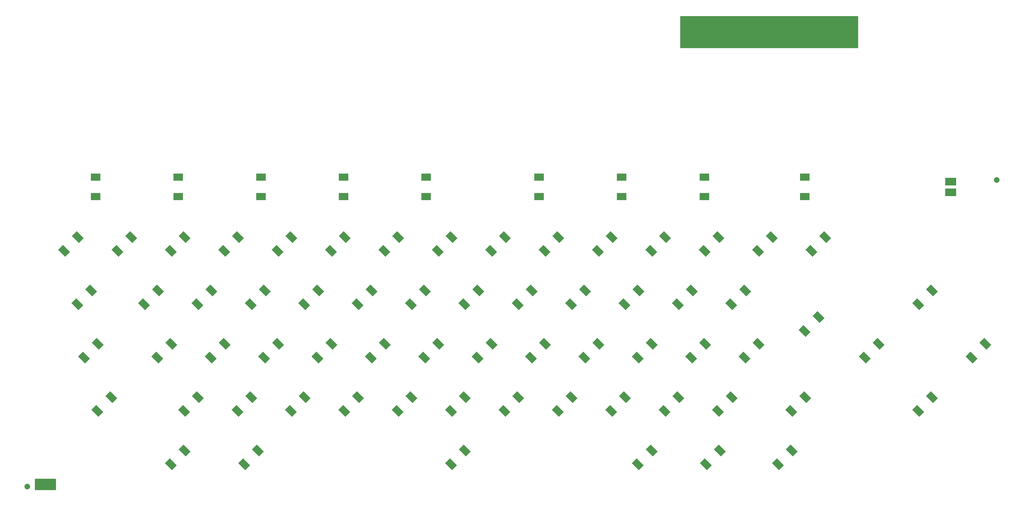
<source format=gbr>
%TF.GenerationSoftware,KiCad,Pcbnew,8.0.7*%
%TF.CreationDate,2025-01-11T19:26:11+10:30*%
%TF.ProjectId,pcb,7063622e-6b69-4636-9164-5f7063625858,1.0*%
%TF.SameCoordinates,PX1ffc7a0PYe2f9780*%
%TF.FileFunction,Soldermask,Top*%
%TF.FilePolarity,Negative*%
%FSLAX46Y46*%
G04 Gerber Fmt 4.6, Leading zero omitted, Abs format (unit mm)*
G04 Created by KiCad (PCBNEW 8.0.7) date 2025-01-11 19:26:11*
%MOMM*%
%LPD*%
G01*
G04 APERTURE LIST*
G04 Aperture macros list*
%AMRoundRect*
0 Rectangle with rounded corners*
0 $1 Rounding radius*
0 $2 $3 $4 $5 $6 $7 $8 $9 X,Y pos of 4 corners*
0 Add a 4 corners polygon primitive as box body*
4,1,4,$2,$3,$4,$5,$6,$7,$8,$9,$2,$3,0*
0 Add four circle primitives for the rounded corners*
1,1,$1+$1,$2,$3*
1,1,$1+$1,$4,$5*
1,1,$1+$1,$6,$7*
1,1,$1+$1,$8,$9*
0 Add four rect primitives between the rounded corners*
20,1,$1+$1,$2,$3,$4,$5,0*
20,1,$1+$1,$4,$5,$6,$7,0*
20,1,$1+$1,$6,$7,$8,$9,0*
20,1,$1+$1,$8,$9,$2,$3,0*%
%AMRotRect*
0 Rectangle, with rotation*
0 The origin of the aperture is its center*
0 $1 length*
0 $2 width*
0 $3 Rotation angle, in degrees counterclockwise*
0 Add horizontal line*
21,1,$1,$2,0,0,$3*%
G04 Aperture macros list end*
%ADD10RotRect,2.500000X3.500000X225.000000*%
%ADD11C,2.000000*%
%ADD12R,3.500000X2.500000*%
%ADD13RoundRect,0.350000X-0.350000X-4.900000X0.350000X-4.900000X0.350000X4.900000X-0.350000X4.900000X0*%
%ADD14RotRect,2.500000X3.500000X45.000000*%
%ADD15R,4.000000X2.800000*%
G04 APERTURE END LIST*
D10*
%TO.C,SW71*%
X305824874Y52974874D03*
X300875126Y48025126D03*
%TD*%
%TO.C,SW21*%
X234387374Y33924874D03*
X229437626Y28975126D03*
%TD*%
%TO.C,SW10*%
X191524874Y91074874D03*
X186575126Y86125126D03*
%TD*%
%TO.C,SW44*%
X162949874Y72024874D03*
X158000126Y67075126D03*
%TD*%
%TO.C,SW15*%
X258199874Y72024874D03*
X253250126Y67075126D03*
%TD*%
%TO.C,SW11*%
X229624874Y91074874D03*
X224675126Y86125126D03*
%TD*%
%TO.C,SW31*%
X181999874Y72024874D03*
X177050126Y67075126D03*
%TD*%
%TO.C,SW33*%
X186762374Y52974874D03*
X181812626Y48025126D03*
%TD*%
%TO.C,SW25*%
X101037374Y33924874D03*
X96087626Y28975126D03*
%TD*%
%TO.C,SW20*%
X215337374Y33924874D03*
X210387626Y28975126D03*
%TD*%
%TO.C,SW43*%
X124849874Y72024874D03*
X119900126Y67075126D03*
%TD*%
%TO.C,SW54*%
X224862374Y14874874D03*
X219912626Y9925126D03*
%TD*%
%TO.C,SW4*%
X77224874Y91074874D03*
X72275126Y86125126D03*
%TD*%
%TO.C,SW42*%
X72462374Y52974874D03*
X67512626Y48025126D03*
%TD*%
%TO.C,SW28*%
X110562374Y52974874D03*
X105612626Y48025126D03*
%TD*%
D11*
%TO.C,FID2*%
X348000000Y111500000D03*
%TD*%
D10*
%TO.C,SW22*%
X253437374Y33924874D03*
X248487626Y28975126D03*
%TD*%
%TO.C,SW5*%
X96274874Y91074874D03*
X91325126Y86125126D03*
%TD*%
%TO.C,SW17*%
X243912374Y52974874D03*
X238962626Y48025126D03*
%TD*%
D12*
%TO.C,SW55*%
X26400000Y105500000D03*
X26400000Y112500000D03*
%TD*%
D10*
%TO.C,SW48*%
X143899874Y72024874D03*
X138950126Y67075126D03*
%TD*%
D12*
%TO.C,SW60*%
X144400000Y112500000D03*
X144400000Y105500000D03*
%TD*%
%TO.C,SW59*%
X114900000Y112500000D03*
X114900000Y105500000D03*
%TD*%
%TO.C,SW63*%
X279525000Y112500000D03*
X279525000Y105500000D03*
%TD*%
D10*
%TO.C,SW3*%
X58174874Y91074874D03*
X53225126Y86125126D03*
%TD*%
D13*
%TO.C,J1*%
X237540000Y164250000D03*
X240080000Y164250000D03*
X242620000Y164250000D03*
X245160000Y164250000D03*
X247700000Y164250000D03*
X250240000Y164250000D03*
X252780000Y164250000D03*
X255320000Y164250000D03*
X257860000Y164250000D03*
X260400000Y164250000D03*
X262940000Y164250000D03*
X265480000Y164250000D03*
X268020000Y164250000D03*
X270560000Y164250000D03*
X273100000Y164250000D03*
X275640000Y164250000D03*
X278180000Y164250000D03*
X280720000Y164250000D03*
X283260000Y164250000D03*
X285800000Y164250000D03*
X288340000Y164250000D03*
X290880000Y164250000D03*
X293420000Y164250000D03*
X295960000Y164250000D03*
%TD*%
D10*
%TO.C,SW18*%
X262962374Y52974874D03*
X258012626Y48025126D03*
%TD*%
%TO.C,SW41*%
X274868624Y14874874D03*
X269918876Y9925126D03*
%TD*%
%TO.C,SW1*%
X210574874Y91074874D03*
X205625126Y86125126D03*
%TD*%
%TO.C,SW23*%
X53412374Y52974874D03*
X48462626Y48025126D03*
%TD*%
%TO.C,SW50*%
X31981124Y33924874D03*
X27031376Y28975126D03*
%TD*%
%TO.C,SW36*%
X158187374Y33924874D03*
X153237626Y28975126D03*
%TD*%
%TO.C,SW46*%
X67699874Y72024874D03*
X62750126Y67075126D03*
%TD*%
%TO.C,SW29*%
X129612374Y52974874D03*
X124662626Y48025126D03*
%TD*%
%TO.C,SW32*%
X167712374Y52974874D03*
X162762626Y48025126D03*
%TD*%
%TO.C,SW66*%
X284393624Y62499874D03*
X279443876Y57550126D03*
%TD*%
%TO.C,SW37*%
X201049874Y72024874D03*
X196100126Y67075126D03*
%TD*%
%TO.C,SW26*%
X91512374Y52974874D03*
X86562626Y48025126D03*
%TD*%
%TO.C,SW2*%
X39124874Y91074874D03*
X34175126Y86125126D03*
%TD*%
D12*
%TO.C,SW56*%
X55900000Y105500000D03*
X55900000Y112500000D03*
%TD*%
D10*
%TO.C,SW24*%
X139137374Y33924874D03*
X134187626Y28975126D03*
%TD*%
%TO.C,SW49*%
X62937374Y33924874D03*
X57987626Y28975126D03*
%TD*%
%TO.C,SW58*%
X279631124Y33924874D03*
X274681376Y28975126D03*
%TD*%
%TO.C,SW38*%
X220099874Y72024874D03*
X215150126Y67075126D03*
%TD*%
%TO.C,SW72*%
X324874874Y72024874D03*
X319925126Y67075126D03*
%TD*%
%TO.C,SW52*%
X84368624Y14874874D03*
X79418876Y9925126D03*
%TD*%
%TO.C,SW51*%
X27218624Y52974874D03*
X22268876Y48025126D03*
%TD*%
%TO.C,SW35*%
X177237374Y33924874D03*
X172287626Y28975126D03*
%TD*%
%TO.C,SW30*%
X148662374Y52974874D03*
X143712626Y48025126D03*
%TD*%
%TO.C,SW40*%
X105799874Y72024874D03*
X100850126Y67075126D03*
%TD*%
%TO.C,SW13*%
X267724874Y91074874D03*
X262775126Y86125126D03*
%TD*%
D12*
%TO.C,SW57*%
X85400000Y105500000D03*
X85400000Y112500000D03*
%TD*%
%TO.C,SW70*%
X243650000Y112500000D03*
X243650000Y105500000D03*
%TD*%
D10*
%TO.C,SW8*%
X153424874Y91074874D03*
X148475126Y86125126D03*
%TD*%
%TO.C,SW16*%
X224862374Y52974874D03*
X219912626Y48025126D03*
%TD*%
%TO.C,SW34*%
X205812374Y52974874D03*
X200862626Y48025126D03*
%TD*%
%TO.C,SW12*%
X248674874Y91074874D03*
X243725126Y86125126D03*
%TD*%
%TO.C,SW73*%
X324874874Y33924874D03*
X319925126Y28975126D03*
%TD*%
%TO.C,SW45*%
X120087374Y33924874D03*
X115137626Y28975126D03*
%TD*%
%TO.C,SW27*%
X86749874Y72024874D03*
X81800126Y67075126D03*
%TD*%
D14*
%TO.C,SW64*%
X281825126Y86125126D03*
X286774874Y91074874D03*
%TD*%
D10*
%TO.C,SW67*%
X158187374Y14874874D03*
X153237626Y9925126D03*
%TD*%
%TO.C,SW65*%
X249151124Y14874874D03*
X244201376Y9925126D03*
%TD*%
%TO.C,SW53*%
X58174874Y14874874D03*
X53225126Y9925126D03*
%TD*%
D12*
%TO.C,SW69*%
X214150000Y112500000D03*
X214150000Y105500000D03*
%TD*%
D10*
%TO.C,SW61*%
X20074874Y91074874D03*
X15125126Y86125126D03*
%TD*%
D11*
%TO.C,FID3*%
X2000000Y2000000D03*
%TD*%
D10*
%TO.C,SW47*%
X81987374Y33924874D03*
X77037626Y28975126D03*
%TD*%
%TO.C,SW39*%
X48649874Y72024874D03*
X43700126Y67075126D03*
%TD*%
%TO.C,SW7*%
X134374874Y91074874D03*
X129425126Y86125126D03*
%TD*%
%TO.C,SW62*%
X24837374Y72024874D03*
X19887626Y67075126D03*
%TD*%
%TO.C,SW74*%
X343924874Y52974874D03*
X338975126Y48025126D03*
%TD*%
%TO.C,SW6*%
X115324874Y91074874D03*
X110375126Y86125126D03*
%TD*%
%TO.C,SW9*%
X172474874Y91074874D03*
X167525126Y86125126D03*
%TD*%
%TO.C,SW14*%
X239149874Y72024874D03*
X234200126Y67075126D03*
%TD*%
D12*
%TO.C,SW68*%
X184650000Y112500000D03*
X184650000Y105500000D03*
%TD*%
D10*
%TO.C,SW19*%
X196287374Y33924874D03*
X191337626Y28975126D03*
%TD*%
D15*
%TO.C,D1*%
X331525000Y107100000D03*
X331525000Y110900000D03*
%TD*%
G36*
X12193039Y4730315D02*
G01*
X12238794Y4677511D01*
X12250000Y4626000D01*
X12250000Y874000D01*
X12230315Y806961D01*
X12177511Y761206D01*
X12126000Y750000D01*
X4874000Y750000D01*
X4806961Y769685D01*
X4761206Y822489D01*
X4750000Y874000D01*
X4750000Y4626000D01*
X4769685Y4693039D01*
X4822489Y4738794D01*
X4874000Y4750000D01*
X12126000Y4750000D01*
X12193039Y4730315D01*
G37*
G36*
X298443039Y169980315D02*
G01*
X298488794Y169927511D01*
X298500000Y169876000D01*
X298500000Y158624000D01*
X298480315Y158556961D01*
X298427511Y158511206D01*
X298376000Y158500000D01*
X235124000Y158500000D01*
X235056961Y158519685D01*
X235011206Y158572489D01*
X235000000Y158624000D01*
X235000000Y169876000D01*
X235019685Y169943039D01*
X235072489Y169988794D01*
X235124000Y170000000D01*
X298376000Y170000000D01*
X298443039Y169980315D01*
G37*
M02*

</source>
